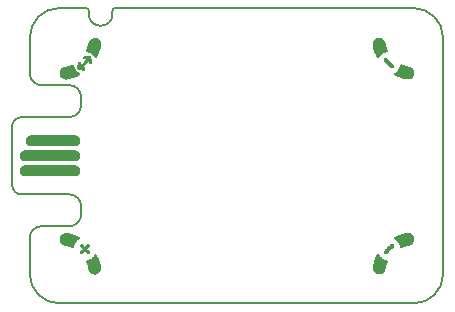
<source format=gto>
%TF.GenerationSoftware,KiCad,Pcbnew,8.0.8*%
%TF.CreationDate,2025-02-04T17:17:55+00:00*%
%TF.ProjectId,ec30_3x2_l_mh_0.1,65633330-5f33-4783-925f-6c5f6d685f30,v0.1*%
%TF.SameCoordinates,PX8d24d00PY36d6160*%
%TF.FileFunction,Legend,Top*%
%TF.FilePolarity,Positive*%
%FSLAX46Y46*%
G04 Gerber Fmt 4.6, Leading zero omitted, Abs format (unit mm)*
G04 Created by KiCad (PCBNEW 8.0.8) date 2025-02-04 17:17:55*
%MOMM*%
%LPD*%
G01*
G04 APERTURE LIST*
%ADD10C,0.200000*%
%ADD11C,0.010000*%
%ADD12C,0.000000*%
G04 APERTURE END LIST*
D10*
X-12500000Y12250000D02*
X-12500000Y12000000D01*
X-13150000Y4270000D02*
X-13150000Y4970000D01*
X-19000000Y2470001D02*
X-19000000Y-2470000D01*
X-15000000Y-12500000D02*
G75*
G02*
X-17500000Y-10000000I-800J2499200D01*
G01*
X-12750000Y12500000D02*
G75*
G02*
X-12500000Y12250000I800J-249200D01*
G01*
X17500000Y-10000000D02*
X17500000Y10000000D01*
X15000000Y12500000D02*
X-10250000Y12500000D01*
X-14148000Y-5969999D02*
X-16500000Y-5969999D01*
X-18200000Y-3269999D02*
G75*
G02*
X-18999999Y-2470000I-1100J798899D01*
G01*
X-17500000Y-6969999D02*
G75*
G02*
X-16500000Y-5970000I1000400J-401D01*
G01*
X-16500000Y5970000D02*
X-14148000Y5970000D01*
X-12750000Y12500000D02*
X-15000000Y12500000D01*
X-17500000Y10000000D02*
G75*
G02*
X-15000000Y12500000I2499200J800D01*
G01*
X-16500000Y5970000D02*
G75*
G02*
X-17500000Y6970000I400J1000400D01*
G01*
X-10500000Y12000000D02*
X-10500000Y12250000D01*
X-19000000Y2470001D02*
G75*
G02*
X-18200000Y3270000I798900J1099D01*
G01*
X-14148000Y5970000D02*
G75*
G02*
X-13150004Y4970000I1000J-997000D01*
G01*
X-13150000Y4270000D02*
G75*
G02*
X-14148000Y3270003I-1000400J400D01*
G01*
X-10500000Y12250000D02*
G75*
G02*
X-10250000Y12500000I249200J800D01*
G01*
X-17500000Y-6969999D02*
X-17500000Y-10000000D01*
X-18200000Y-3269999D02*
X-14150000Y-3269999D01*
X-10500000Y12000000D02*
G75*
G02*
X-12500000Y12000000I-1000000J0D01*
G01*
X15000000Y12500000D02*
G75*
G02*
X17500000Y10000000I800J-2499200D01*
G01*
X-13148000Y-4969999D02*
G75*
G02*
X-14148000Y-5970000I-1000400J399D01*
G01*
X-17500000Y10000000D02*
X-17500000Y6970000D01*
X-14150000Y-3269999D02*
G75*
G02*
X-13149999Y-4269999I-400J-1000401D01*
G01*
X-15000000Y-12500000D02*
X15000000Y-12500000D01*
X-14148000Y3270000D02*
X-18200000Y3270000D01*
X17500000Y-10000000D02*
G75*
G02*
X15000000Y-12500000I-2499200J-800D01*
G01*
X-13148000Y-4969999D02*
X-13150000Y-4269999D01*
D11*
%TO.C,MH3*%
X-11929306Y-8363938D02*
X-11912572Y-8370271D01*
X-11896947Y-8381708D01*
X-11881722Y-8398907D01*
X-11866187Y-8422529D01*
X-11849636Y-8453232D01*
X-11849479Y-8453543D01*
X-11792082Y-8575132D01*
X-11738655Y-8702780D01*
X-11689536Y-8835490D01*
X-11645062Y-8972266D01*
X-11605571Y-9112110D01*
X-11571399Y-9254024D01*
X-11558986Y-9312664D01*
X-11548179Y-9372141D01*
X-11541266Y-9425275D01*
X-11538209Y-9472617D01*
X-11538970Y-9514720D01*
X-11542840Y-9548307D01*
X-11557333Y-9611742D01*
X-11578709Y-9671524D01*
X-11606730Y-9727302D01*
X-11641155Y-9778728D01*
X-11681746Y-9825450D01*
X-11728263Y-9867118D01*
X-11780468Y-9903383D01*
X-11788778Y-9908337D01*
X-11841493Y-9934632D01*
X-11897725Y-9954342D01*
X-11956407Y-9967361D01*
X-12016470Y-9973582D01*
X-12076844Y-9972898D01*
X-12136462Y-9965203D01*
X-12194256Y-9950391D01*
X-12198073Y-9949129D01*
X-12254131Y-9926215D01*
X-12307081Y-9896415D01*
X-12356236Y-9860400D01*
X-12400910Y-9818837D01*
X-12440417Y-9772394D01*
X-12474070Y-9721741D01*
X-12501183Y-9667545D01*
X-12509857Y-9645536D01*
X-12514407Y-9631247D01*
X-12519938Y-9611025D01*
X-12525985Y-9586741D01*
X-12532082Y-9560265D01*
X-12537763Y-9533471D01*
X-12537851Y-9533032D01*
X-12559478Y-9433303D01*
X-12583069Y-9339535D01*
X-12609185Y-9249880D01*
X-12638386Y-9162485D01*
X-12671232Y-9075502D01*
X-12690784Y-9027805D01*
X-12704464Y-8993297D01*
X-12713840Y-8964465D01*
X-12718965Y-8940348D01*
X-12719893Y-8919990D01*
X-12716678Y-8902431D01*
X-12709373Y-8886711D01*
X-12699422Y-8873431D01*
X-12690472Y-8864166D01*
X-12680762Y-8856500D01*
X-12668906Y-8849764D01*
X-12653514Y-8843288D01*
X-12633201Y-8836401D01*
X-12606578Y-8828434D01*
X-12605692Y-8828178D01*
X-12548901Y-8810494D01*
X-12497170Y-8791449D01*
X-12447627Y-8769922D01*
X-12414566Y-8753728D01*
X-12339432Y-8710990D01*
X-12267854Y-8661466D01*
X-12200558Y-8605786D01*
X-12138273Y-8544582D01*
X-12081726Y-8478485D01*
X-12053964Y-8441164D01*
X-12032031Y-8412366D01*
X-12011697Y-8390615D01*
X-11992236Y-8375370D01*
X-11972919Y-8366090D01*
X-11953022Y-8362231D01*
X-11947857Y-8362050D01*
X-11929306Y-8363938D01*
G36*
X-11929306Y-8363938D02*
G01*
X-11912572Y-8370271D01*
X-11896947Y-8381708D01*
X-11881722Y-8398907D01*
X-11866187Y-8422529D01*
X-11849636Y-8453232D01*
X-11849479Y-8453543D01*
X-11792082Y-8575132D01*
X-11738655Y-8702780D01*
X-11689536Y-8835490D01*
X-11645062Y-8972266D01*
X-11605571Y-9112110D01*
X-11571399Y-9254024D01*
X-11558986Y-9312664D01*
X-11548179Y-9372141D01*
X-11541266Y-9425275D01*
X-11538209Y-9472617D01*
X-11538970Y-9514720D01*
X-11542840Y-9548307D01*
X-11557333Y-9611742D01*
X-11578709Y-9671524D01*
X-11606730Y-9727302D01*
X-11641155Y-9778728D01*
X-11681746Y-9825450D01*
X-11728263Y-9867118D01*
X-11780468Y-9903383D01*
X-11788778Y-9908337D01*
X-11841493Y-9934632D01*
X-11897725Y-9954342D01*
X-11956407Y-9967361D01*
X-12016470Y-9973582D01*
X-12076844Y-9972898D01*
X-12136462Y-9965203D01*
X-12194256Y-9950391D01*
X-12198073Y-9949129D01*
X-12254131Y-9926215D01*
X-12307081Y-9896415D01*
X-12356236Y-9860400D01*
X-12400910Y-9818837D01*
X-12440417Y-9772394D01*
X-12474070Y-9721741D01*
X-12501183Y-9667545D01*
X-12509857Y-9645536D01*
X-12514407Y-9631247D01*
X-12519938Y-9611025D01*
X-12525985Y-9586741D01*
X-12532082Y-9560265D01*
X-12537763Y-9533471D01*
X-12537851Y-9533032D01*
X-12559478Y-9433303D01*
X-12583069Y-9339535D01*
X-12609185Y-9249880D01*
X-12638386Y-9162485D01*
X-12671232Y-9075502D01*
X-12690784Y-9027805D01*
X-12704464Y-8993297D01*
X-12713840Y-8964465D01*
X-12718965Y-8940348D01*
X-12719893Y-8919990D01*
X-12716678Y-8902431D01*
X-12709373Y-8886711D01*
X-12699422Y-8873431D01*
X-12690472Y-8864166D01*
X-12680762Y-8856500D01*
X-12668906Y-8849764D01*
X-12653514Y-8843288D01*
X-12633201Y-8836401D01*
X-12606578Y-8828434D01*
X-12605692Y-8828178D01*
X-12548901Y-8810494D01*
X-12497170Y-8791449D01*
X-12447627Y-8769922D01*
X-12414566Y-8753728D01*
X-12339432Y-8710990D01*
X-12267854Y-8661466D01*
X-12200558Y-8605786D01*
X-12138273Y-8544582D01*
X-12081726Y-8478485D01*
X-12053964Y-8441164D01*
X-12032031Y-8412366D01*
X-12011697Y-8390615D01*
X-11992236Y-8375370D01*
X-11972919Y-8366090D01*
X-11953022Y-8362231D01*
X-11947857Y-8362050D01*
X-11929306Y-8363938D01*
G37*
X-14470182Y-6540337D02*
X-14448497Y-6540714D01*
X-14427534Y-6541718D01*
X-14406291Y-6543511D01*
X-14383763Y-6546254D01*
X-14358946Y-6550109D01*
X-14330836Y-6555238D01*
X-14298429Y-6561801D01*
X-14260722Y-6569961D01*
X-14216709Y-6579880D01*
X-14198323Y-6584098D01*
X-14084910Y-6612611D01*
X-13968731Y-6646406D01*
X-13851643Y-6684817D01*
X-13735502Y-6727177D01*
X-13622165Y-6772819D01*
X-13513489Y-6821078D01*
X-13442320Y-6855488D01*
X-13414793Y-6869973D01*
X-13393762Y-6882767D01*
X-13378190Y-6894681D01*
X-13367038Y-6906523D01*
X-13359269Y-6919103D01*
X-13358396Y-6920960D01*
X-13352421Y-6938994D01*
X-13352473Y-6955818D01*
X-13356428Y-6970059D01*
X-13367282Y-6989771D01*
X-13385603Y-7010018D01*
X-13410983Y-7030363D01*
X-13415769Y-7033664D01*
X-13489001Y-7087738D01*
X-13556469Y-7146942D01*
X-13617931Y-7210983D01*
X-13673147Y-7279569D01*
X-13721873Y-7352405D01*
X-13763868Y-7429201D01*
X-13789376Y-7485751D01*
X-13801721Y-7516942D01*
X-13812941Y-7548335D01*
X-13823691Y-7581956D01*
X-13834628Y-7619833D01*
X-13843484Y-7652771D01*
X-13848796Y-7671014D01*
X-13854211Y-7684062D01*
X-13861050Y-7694563D01*
X-13868503Y-7702984D01*
X-13884066Y-7716423D01*
X-13900453Y-7724502D01*
X-13918764Y-7727265D01*
X-13940096Y-7724757D01*
X-13965548Y-7717022D01*
X-13987979Y-7707827D01*
X-14108498Y-7658383D01*
X-14232787Y-7615101D01*
X-14361429Y-7577801D01*
X-14495006Y-7546301D01*
X-14525687Y-7540017D01*
X-14560370Y-7532916D01*
X-14588751Y-7526604D01*
X-14612370Y-7520632D01*
X-14632764Y-7514555D01*
X-14651473Y-7507926D01*
X-14670035Y-7500296D01*
X-14683873Y-7494072D01*
X-14736854Y-7465333D01*
X-14785921Y-7430188D01*
X-14830505Y-7389366D01*
X-14870033Y-7343595D01*
X-14903934Y-7293603D01*
X-14931637Y-7240119D01*
X-14952571Y-7183872D01*
X-14964218Y-7136552D01*
X-14972342Y-7073793D01*
X-14972879Y-7012164D01*
X-14966155Y-6952149D01*
X-14952496Y-6894233D01*
X-14932226Y-6838904D01*
X-14905671Y-6786645D01*
X-14873155Y-6737942D01*
X-14835005Y-6693281D01*
X-14791545Y-6653146D01*
X-14743100Y-6618025D01*
X-14689996Y-6588401D01*
X-14632558Y-6564760D01*
X-14571111Y-6547588D01*
X-14569401Y-6547219D01*
X-14551719Y-6544037D01*
X-14532477Y-6541913D01*
X-14509778Y-6540716D01*
X-14481730Y-6540314D01*
X-14470182Y-6540337D01*
G36*
X-14470182Y-6540337D02*
G01*
X-14448497Y-6540714D01*
X-14427534Y-6541718D01*
X-14406291Y-6543511D01*
X-14383763Y-6546254D01*
X-14358946Y-6550109D01*
X-14330836Y-6555238D01*
X-14298429Y-6561801D01*
X-14260722Y-6569961D01*
X-14216709Y-6579880D01*
X-14198323Y-6584098D01*
X-14084910Y-6612611D01*
X-13968731Y-6646406D01*
X-13851643Y-6684817D01*
X-13735502Y-6727177D01*
X-13622165Y-6772819D01*
X-13513489Y-6821078D01*
X-13442320Y-6855488D01*
X-13414793Y-6869973D01*
X-13393762Y-6882767D01*
X-13378190Y-6894681D01*
X-13367038Y-6906523D01*
X-13359269Y-6919103D01*
X-13358396Y-6920960D01*
X-13352421Y-6938994D01*
X-13352473Y-6955818D01*
X-13356428Y-6970059D01*
X-13367282Y-6989771D01*
X-13385603Y-7010018D01*
X-13410983Y-7030363D01*
X-13415769Y-7033664D01*
X-13489001Y-7087738D01*
X-13556469Y-7146942D01*
X-13617931Y-7210983D01*
X-13673147Y-7279569D01*
X-13721873Y-7352405D01*
X-13763868Y-7429201D01*
X-13789376Y-7485751D01*
X-13801721Y-7516942D01*
X-13812941Y-7548335D01*
X-13823691Y-7581956D01*
X-13834628Y-7619833D01*
X-13843484Y-7652771D01*
X-13848796Y-7671014D01*
X-13854211Y-7684062D01*
X-13861050Y-7694563D01*
X-13868503Y-7702984D01*
X-13884066Y-7716423D01*
X-13900453Y-7724502D01*
X-13918764Y-7727265D01*
X-13940096Y-7724757D01*
X-13965548Y-7717022D01*
X-13987979Y-7707827D01*
X-14108498Y-7658383D01*
X-14232787Y-7615101D01*
X-14361429Y-7577801D01*
X-14495006Y-7546301D01*
X-14525687Y-7540017D01*
X-14560370Y-7532916D01*
X-14588751Y-7526604D01*
X-14612370Y-7520632D01*
X-14632764Y-7514555D01*
X-14651473Y-7507926D01*
X-14670035Y-7500296D01*
X-14683873Y-7494072D01*
X-14736854Y-7465333D01*
X-14785921Y-7430188D01*
X-14830505Y-7389366D01*
X-14870033Y-7343595D01*
X-14903934Y-7293603D01*
X-14931637Y-7240119D01*
X-14952571Y-7183872D01*
X-14964218Y-7136552D01*
X-14972342Y-7073793D01*
X-14972879Y-7012164D01*
X-14966155Y-6952149D01*
X-14952496Y-6894233D01*
X-14932226Y-6838904D01*
X-14905671Y-6786645D01*
X-14873155Y-6737942D01*
X-14835005Y-6693281D01*
X-14791545Y-6653146D01*
X-14743100Y-6618025D01*
X-14689996Y-6588401D01*
X-14632558Y-6564760D01*
X-14571111Y-6547588D01*
X-14569401Y-6547219D01*
X-14551719Y-6544037D01*
X-14532477Y-6541913D01*
X-14509778Y-6540716D01*
X-14481730Y-6540314D01*
X-14470182Y-6540337D01*
G37*
X-13114506Y-7497744D02*
X-13104489Y-7500501D01*
X-13098602Y-7502693D01*
X-13092612Y-7505668D01*
X-13085887Y-7509983D01*
X-13077796Y-7516197D01*
X-13067706Y-7524868D01*
X-13054986Y-7536554D01*
X-13039003Y-7551814D01*
X-13019125Y-7571204D01*
X-12994721Y-7595283D01*
X-12974957Y-7614880D01*
X-12866811Y-7722233D01*
X-12760645Y-7617032D01*
X-12732077Y-7588945D01*
X-12706322Y-7564069D01*
X-12683875Y-7542858D01*
X-12665228Y-7525771D01*
X-12650876Y-7513264D01*
X-12641313Y-7505793D01*
X-12638604Y-7504147D01*
X-12620453Y-7498507D01*
X-12598447Y-7496247D01*
X-12575738Y-7497328D01*
X-12555479Y-7501711D01*
X-12546947Y-7505289D01*
X-12527717Y-7518943D01*
X-12510939Y-7537314D01*
X-12499689Y-7556627D01*
X-12495621Y-7572497D01*
X-12493995Y-7592489D01*
X-12494804Y-7613173D01*
X-12498038Y-7631121D01*
X-12499893Y-7636489D01*
X-12504805Y-7644005D01*
X-12515448Y-7656814D01*
X-12531730Y-7674815D01*
X-12553556Y-7697908D01*
X-12580835Y-7725992D01*
X-12613473Y-7758967D01*
X-12613864Y-7759359D01*
X-12721687Y-7867473D01*
X-12615858Y-7973774D01*
X-12584916Y-8005038D01*
X-12559409Y-8031231D01*
X-12538995Y-8052725D01*
X-12523333Y-8069893D01*
X-12512080Y-8083107D01*
X-12504896Y-8092739D01*
X-12501973Y-8097831D01*
X-12494904Y-8122144D01*
X-12493808Y-8148731D01*
X-12498620Y-8174713D01*
X-12504024Y-8188237D01*
X-12519679Y-8211452D01*
X-12540303Y-8228674D01*
X-12562926Y-8238733D01*
X-12580623Y-8243114D01*
X-12595638Y-8244148D01*
X-12611644Y-8241809D01*
X-12624985Y-8238271D01*
X-12630727Y-8236399D01*
X-12636361Y-8233923D01*
X-12642513Y-8230295D01*
X-12649807Y-8224964D01*
X-12658867Y-8217380D01*
X-12670317Y-8206995D01*
X-12684782Y-8193256D01*
X-12702886Y-8175616D01*
X-12725253Y-8153524D01*
X-12752507Y-8126430D01*
X-12756674Y-8122280D01*
X-12866807Y-8012589D01*
X-12976940Y-8122280D01*
X-13004916Y-8150105D01*
X-13027918Y-8172853D01*
X-13046571Y-8191073D01*
X-13061500Y-8205316D01*
X-13073328Y-8216130D01*
X-13082679Y-8224066D01*
X-13090179Y-8229675D01*
X-13096451Y-8233505D01*
X-13102120Y-8236106D01*
X-13107810Y-8238029D01*
X-13108629Y-8238271D01*
X-13127410Y-8242924D01*
X-13142701Y-8244183D01*
X-13158173Y-8242078D01*
X-13170688Y-8238733D01*
X-13195345Y-8227492D01*
X-13215225Y-8210402D01*
X-13229656Y-8188407D01*
X-13237966Y-8162452D01*
X-13239782Y-8141598D01*
X-13239548Y-8130444D01*
X-13238597Y-8120482D01*
X-13236433Y-8111030D01*
X-13232561Y-8101407D01*
X-13226487Y-8090932D01*
X-13217714Y-8078924D01*
X-13205748Y-8064703D01*
X-13190094Y-8047586D01*
X-13170256Y-8026895D01*
X-13145740Y-8001946D01*
X-13117756Y-7973774D01*
X-13011927Y-7867473D01*
X-13119589Y-7759359D01*
X-13151989Y-7726607D01*
X-13178747Y-7699078D01*
X-13200033Y-7676590D01*
X-13216016Y-7658958D01*
X-13226867Y-7646000D01*
X-13232753Y-7637530D01*
X-13233560Y-7635877D01*
X-13239427Y-7611956D01*
X-13239209Y-7585914D01*
X-13233352Y-7560140D01*
X-13222301Y-7537024D01*
X-13212846Y-7524873D01*
X-13192656Y-7509080D01*
X-13168362Y-7499030D01*
X-13141724Y-7495120D01*
X-13114506Y-7497744D01*
G36*
X-13114506Y-7497744D02*
G01*
X-13104489Y-7500501D01*
X-13098602Y-7502693D01*
X-13092612Y-7505668D01*
X-13085887Y-7509983D01*
X-13077796Y-7516197D01*
X-13067706Y-7524868D01*
X-13054986Y-7536554D01*
X-13039003Y-7551814D01*
X-13019125Y-7571204D01*
X-12994721Y-7595283D01*
X-12974957Y-7614880D01*
X-12866811Y-7722233D01*
X-12760645Y-7617032D01*
X-12732077Y-7588945D01*
X-12706322Y-7564069D01*
X-12683875Y-7542858D01*
X-12665228Y-7525771D01*
X-12650876Y-7513264D01*
X-12641313Y-7505793D01*
X-12638604Y-7504147D01*
X-12620453Y-7498507D01*
X-12598447Y-7496247D01*
X-12575738Y-7497328D01*
X-12555479Y-7501711D01*
X-12546947Y-7505289D01*
X-12527717Y-7518943D01*
X-12510939Y-7537314D01*
X-12499689Y-7556627D01*
X-12495621Y-7572497D01*
X-12493995Y-7592489D01*
X-12494804Y-7613173D01*
X-12498038Y-7631121D01*
X-12499893Y-7636489D01*
X-12504805Y-7644005D01*
X-12515448Y-7656814D01*
X-12531730Y-7674815D01*
X-12553556Y-7697908D01*
X-12580835Y-7725992D01*
X-12613473Y-7758967D01*
X-12613864Y-7759359D01*
X-12721687Y-7867473D01*
X-12615858Y-7973774D01*
X-12584916Y-8005038D01*
X-12559409Y-8031231D01*
X-12538995Y-8052725D01*
X-12523333Y-8069893D01*
X-12512080Y-8083107D01*
X-12504896Y-8092739D01*
X-12501973Y-8097831D01*
X-12494904Y-8122144D01*
X-12493808Y-8148731D01*
X-12498620Y-8174713D01*
X-12504024Y-8188237D01*
X-12519679Y-8211452D01*
X-12540303Y-8228674D01*
X-12562926Y-8238733D01*
X-12580623Y-8243114D01*
X-12595638Y-8244148D01*
X-12611644Y-8241809D01*
X-12624985Y-8238271D01*
X-12630727Y-8236399D01*
X-12636361Y-8233923D01*
X-12642513Y-8230295D01*
X-12649807Y-8224964D01*
X-12658867Y-8217380D01*
X-12670317Y-8206995D01*
X-12684782Y-8193256D01*
X-12702886Y-8175616D01*
X-12725253Y-8153524D01*
X-12752507Y-8126430D01*
X-12756674Y-8122280D01*
X-12866807Y-8012589D01*
X-12976940Y-8122280D01*
X-13004916Y-8150105D01*
X-13027918Y-8172853D01*
X-13046571Y-8191073D01*
X-13061500Y-8205316D01*
X-13073328Y-8216130D01*
X-13082679Y-8224066D01*
X-13090179Y-8229675D01*
X-13096451Y-8233505D01*
X-13102120Y-8236106D01*
X-13107810Y-8238029D01*
X-13108629Y-8238271D01*
X-13127410Y-8242924D01*
X-13142701Y-8244183D01*
X-13158173Y-8242078D01*
X-13170688Y-8238733D01*
X-13195345Y-8227492D01*
X-13215225Y-8210402D01*
X-13229656Y-8188407D01*
X-13237966Y-8162452D01*
X-13239782Y-8141598D01*
X-13239548Y-8130444D01*
X-13238597Y-8120482D01*
X-13236433Y-8111030D01*
X-13232561Y-8101407D01*
X-13226487Y-8090932D01*
X-13217714Y-8078924D01*
X-13205748Y-8064703D01*
X-13190094Y-8047586D01*
X-13170256Y-8026895D01*
X-13145740Y-8001946D01*
X-13117756Y-7973774D01*
X-13011927Y-7867473D01*
X-13119589Y-7759359D01*
X-13151989Y-7726607D01*
X-13178747Y-7699078D01*
X-13200033Y-7676590D01*
X-13216016Y-7658958D01*
X-13226867Y-7646000D01*
X-13232753Y-7637530D01*
X-13233560Y-7635877D01*
X-13239427Y-7611956D01*
X-13239209Y-7585914D01*
X-13233352Y-7560140D01*
X-13222301Y-7537024D01*
X-13212846Y-7524873D01*
X-13192656Y-7509080D01*
X-13168362Y-7499030D01*
X-13141724Y-7495120D01*
X-13114506Y-7497744D01*
G37*
%TO.C,MH4*%
X14511949Y-6535485D02*
X14545536Y-6539355D01*
X14608971Y-6553848D01*
X14668753Y-6575224D01*
X14724531Y-6603245D01*
X14775957Y-6637670D01*
X14822679Y-6678261D01*
X14864347Y-6724778D01*
X14900612Y-6776983D01*
X14905566Y-6785293D01*
X14931861Y-6838008D01*
X14951571Y-6894240D01*
X14964590Y-6952922D01*
X14970811Y-7012985D01*
X14970127Y-7073359D01*
X14962432Y-7132977D01*
X14947620Y-7190771D01*
X14946358Y-7194588D01*
X14923444Y-7250646D01*
X14893644Y-7303596D01*
X14857629Y-7352751D01*
X14816066Y-7397425D01*
X14769623Y-7436932D01*
X14718970Y-7470585D01*
X14664774Y-7497698D01*
X14642765Y-7506372D01*
X14628476Y-7510922D01*
X14608254Y-7516453D01*
X14583970Y-7522500D01*
X14557494Y-7528597D01*
X14530700Y-7534278D01*
X14530261Y-7534366D01*
X14430532Y-7555993D01*
X14336764Y-7579584D01*
X14247109Y-7605700D01*
X14159714Y-7634901D01*
X14072731Y-7667747D01*
X14025034Y-7687299D01*
X13990526Y-7700979D01*
X13961694Y-7710355D01*
X13937577Y-7715480D01*
X13917219Y-7716408D01*
X13899660Y-7713193D01*
X13883940Y-7705888D01*
X13870660Y-7695937D01*
X13861395Y-7686987D01*
X13853729Y-7677277D01*
X13846993Y-7665421D01*
X13840517Y-7650029D01*
X13833630Y-7629716D01*
X13825663Y-7603093D01*
X13825407Y-7602207D01*
X13807723Y-7545416D01*
X13788678Y-7493685D01*
X13767151Y-7444142D01*
X13750957Y-7411081D01*
X13708219Y-7335947D01*
X13658695Y-7264369D01*
X13603015Y-7197073D01*
X13541811Y-7134788D01*
X13475714Y-7078241D01*
X13438393Y-7050479D01*
X13409595Y-7028546D01*
X13387844Y-7008212D01*
X13372599Y-6988751D01*
X13363319Y-6969434D01*
X13359460Y-6949537D01*
X13359279Y-6944372D01*
X13361167Y-6925821D01*
X13367500Y-6909087D01*
X13378937Y-6893462D01*
X13396136Y-6878237D01*
X13419758Y-6862702D01*
X13450461Y-6846151D01*
X13450772Y-6845994D01*
X13572361Y-6788597D01*
X13700009Y-6735170D01*
X13832719Y-6686051D01*
X13969495Y-6641577D01*
X14109339Y-6602086D01*
X14251253Y-6567914D01*
X14309893Y-6555501D01*
X14369370Y-6544694D01*
X14422504Y-6537781D01*
X14469846Y-6534724D01*
X14511949Y-6535485D01*
G36*
X14511949Y-6535485D02*
G01*
X14545536Y-6539355D01*
X14608971Y-6553848D01*
X14668753Y-6575224D01*
X14724531Y-6603245D01*
X14775957Y-6637670D01*
X14822679Y-6678261D01*
X14864347Y-6724778D01*
X14900612Y-6776983D01*
X14905566Y-6785293D01*
X14931861Y-6838008D01*
X14951571Y-6894240D01*
X14964590Y-6952922D01*
X14970811Y-7012985D01*
X14970127Y-7073359D01*
X14962432Y-7132977D01*
X14947620Y-7190771D01*
X14946358Y-7194588D01*
X14923444Y-7250646D01*
X14893644Y-7303596D01*
X14857629Y-7352751D01*
X14816066Y-7397425D01*
X14769623Y-7436932D01*
X14718970Y-7470585D01*
X14664774Y-7497698D01*
X14642765Y-7506372D01*
X14628476Y-7510922D01*
X14608254Y-7516453D01*
X14583970Y-7522500D01*
X14557494Y-7528597D01*
X14530700Y-7534278D01*
X14530261Y-7534366D01*
X14430532Y-7555993D01*
X14336764Y-7579584D01*
X14247109Y-7605700D01*
X14159714Y-7634901D01*
X14072731Y-7667747D01*
X14025034Y-7687299D01*
X13990526Y-7700979D01*
X13961694Y-7710355D01*
X13937577Y-7715480D01*
X13917219Y-7716408D01*
X13899660Y-7713193D01*
X13883940Y-7705888D01*
X13870660Y-7695937D01*
X13861395Y-7686987D01*
X13853729Y-7677277D01*
X13846993Y-7665421D01*
X13840517Y-7650029D01*
X13833630Y-7629716D01*
X13825663Y-7603093D01*
X13825407Y-7602207D01*
X13807723Y-7545416D01*
X13788678Y-7493685D01*
X13767151Y-7444142D01*
X13750957Y-7411081D01*
X13708219Y-7335947D01*
X13658695Y-7264369D01*
X13603015Y-7197073D01*
X13541811Y-7134788D01*
X13475714Y-7078241D01*
X13438393Y-7050479D01*
X13409595Y-7028546D01*
X13387844Y-7008212D01*
X13372599Y-6988751D01*
X13363319Y-6969434D01*
X13359460Y-6949537D01*
X13359279Y-6944372D01*
X13361167Y-6925821D01*
X13367500Y-6909087D01*
X13378937Y-6893462D01*
X13396136Y-6878237D01*
X13419758Y-6862702D01*
X13450461Y-6846151D01*
X13450772Y-6845994D01*
X13572361Y-6788597D01*
X13700009Y-6735170D01*
X13832719Y-6686051D01*
X13969495Y-6641577D01*
X14109339Y-6602086D01*
X14251253Y-6567914D01*
X14309893Y-6555501D01*
X14369370Y-6544694D01*
X14422504Y-6537781D01*
X14469846Y-6534724D01*
X14511949Y-6535485D01*
G37*
X11953047Y-8348988D02*
X11967288Y-8352943D01*
X11987000Y-8363797D01*
X12007247Y-8382118D01*
X12027592Y-8407498D01*
X12030893Y-8412284D01*
X12084967Y-8485516D01*
X12144171Y-8552984D01*
X12208212Y-8614446D01*
X12276798Y-8669662D01*
X12349634Y-8718388D01*
X12426430Y-8760383D01*
X12482980Y-8785891D01*
X12514171Y-8798236D01*
X12545564Y-8809456D01*
X12579185Y-8820206D01*
X12617062Y-8831143D01*
X12650000Y-8839999D01*
X12668243Y-8845311D01*
X12681291Y-8850726D01*
X12691792Y-8857565D01*
X12700213Y-8865018D01*
X12713652Y-8880581D01*
X12721731Y-8896968D01*
X12724494Y-8915279D01*
X12721986Y-8936611D01*
X12714251Y-8962063D01*
X12705056Y-8984494D01*
X12655612Y-9105013D01*
X12612330Y-9229302D01*
X12575030Y-9357944D01*
X12543530Y-9491521D01*
X12537246Y-9522202D01*
X12530145Y-9556885D01*
X12523833Y-9585266D01*
X12517861Y-9608885D01*
X12511784Y-9629279D01*
X12505155Y-9647988D01*
X12497525Y-9666550D01*
X12491301Y-9680388D01*
X12462562Y-9733369D01*
X12427417Y-9782436D01*
X12386595Y-9827020D01*
X12340824Y-9866548D01*
X12290832Y-9900449D01*
X12237348Y-9928152D01*
X12181101Y-9949086D01*
X12133781Y-9960733D01*
X12071022Y-9968857D01*
X12009393Y-9969394D01*
X11949378Y-9962670D01*
X11891462Y-9949011D01*
X11836133Y-9928741D01*
X11783874Y-9902186D01*
X11735171Y-9869670D01*
X11690510Y-9831520D01*
X11650375Y-9788060D01*
X11615254Y-9739615D01*
X11585630Y-9686511D01*
X11561989Y-9629073D01*
X11544817Y-9567626D01*
X11544448Y-9565916D01*
X11541266Y-9548234D01*
X11539142Y-9528992D01*
X11537945Y-9506293D01*
X11537543Y-9478245D01*
X11537566Y-9466697D01*
X11537943Y-9445012D01*
X11538947Y-9424049D01*
X11540740Y-9402806D01*
X11543483Y-9380278D01*
X11547338Y-9355461D01*
X11552467Y-9327351D01*
X11559030Y-9294944D01*
X11567190Y-9257237D01*
X11577109Y-9213224D01*
X11581327Y-9194838D01*
X11609840Y-9081425D01*
X11643635Y-8965246D01*
X11682046Y-8848158D01*
X11724406Y-8732017D01*
X11770048Y-8618680D01*
X11818307Y-8510004D01*
X11852717Y-8438835D01*
X11867202Y-8411308D01*
X11879996Y-8390277D01*
X11891910Y-8374705D01*
X11903752Y-8363553D01*
X11916332Y-8355784D01*
X11918189Y-8354911D01*
X11936223Y-8348936D01*
X11953047Y-8348988D01*
G36*
X11953047Y-8348988D02*
G01*
X11967288Y-8352943D01*
X11987000Y-8363797D01*
X12007247Y-8382118D01*
X12027592Y-8407498D01*
X12030893Y-8412284D01*
X12084967Y-8485516D01*
X12144171Y-8552984D01*
X12208212Y-8614446D01*
X12276798Y-8669662D01*
X12349634Y-8718388D01*
X12426430Y-8760383D01*
X12482980Y-8785891D01*
X12514171Y-8798236D01*
X12545564Y-8809456D01*
X12579185Y-8820206D01*
X12617062Y-8831143D01*
X12650000Y-8839999D01*
X12668243Y-8845311D01*
X12681291Y-8850726D01*
X12691792Y-8857565D01*
X12700213Y-8865018D01*
X12713652Y-8880581D01*
X12721731Y-8896968D01*
X12724494Y-8915279D01*
X12721986Y-8936611D01*
X12714251Y-8962063D01*
X12705056Y-8984494D01*
X12655612Y-9105013D01*
X12612330Y-9229302D01*
X12575030Y-9357944D01*
X12543530Y-9491521D01*
X12537246Y-9522202D01*
X12530145Y-9556885D01*
X12523833Y-9585266D01*
X12517861Y-9608885D01*
X12511784Y-9629279D01*
X12505155Y-9647988D01*
X12497525Y-9666550D01*
X12491301Y-9680388D01*
X12462562Y-9733369D01*
X12427417Y-9782436D01*
X12386595Y-9827020D01*
X12340824Y-9866548D01*
X12290832Y-9900449D01*
X12237348Y-9928152D01*
X12181101Y-9949086D01*
X12133781Y-9960733D01*
X12071022Y-9968857D01*
X12009393Y-9969394D01*
X11949378Y-9962670D01*
X11891462Y-9949011D01*
X11836133Y-9928741D01*
X11783874Y-9902186D01*
X11735171Y-9869670D01*
X11690510Y-9831520D01*
X11650375Y-9788060D01*
X11615254Y-9739615D01*
X11585630Y-9686511D01*
X11561989Y-9629073D01*
X11544817Y-9567626D01*
X11544448Y-9565916D01*
X11541266Y-9548234D01*
X11539142Y-9528992D01*
X11537945Y-9506293D01*
X11537543Y-9478245D01*
X11537566Y-9466697D01*
X11537943Y-9445012D01*
X11538947Y-9424049D01*
X11540740Y-9402806D01*
X11543483Y-9380278D01*
X11547338Y-9355461D01*
X11552467Y-9327351D01*
X11559030Y-9294944D01*
X11567190Y-9257237D01*
X11577109Y-9213224D01*
X11581327Y-9194838D01*
X11609840Y-9081425D01*
X11643635Y-8965246D01*
X11682046Y-8848158D01*
X11724406Y-8732017D01*
X11770048Y-8618680D01*
X11818307Y-8510004D01*
X11852717Y-8438835D01*
X11867202Y-8411308D01*
X11879996Y-8390277D01*
X11891910Y-8374705D01*
X11903752Y-8363553D01*
X11916332Y-8355784D01*
X11918189Y-8354911D01*
X11936223Y-8348936D01*
X11953047Y-8348988D01*
G37*
X13161664Y-7465669D02*
X13170644Y-7467670D01*
X13200672Y-7479910D01*
X13225650Y-7497812D01*
X13245015Y-7520589D01*
X13258200Y-7547453D01*
X13264642Y-7577616D01*
X13264914Y-7599115D01*
X13264446Y-7606630D01*
X13263847Y-7613497D01*
X13262805Y-7620076D01*
X13261008Y-7626722D01*
X13258142Y-7633793D01*
X13253895Y-7641646D01*
X13247956Y-7650638D01*
X13240011Y-7661127D01*
X13229747Y-7673470D01*
X13216854Y-7688023D01*
X13201017Y-7705144D01*
X13181925Y-7725191D01*
X13159265Y-7748520D01*
X13132725Y-7775488D01*
X13101992Y-7806453D01*
X13066753Y-7841772D01*
X13026697Y-7881803D01*
X12981511Y-7926901D01*
X12955203Y-7953152D01*
X12908642Y-7999605D01*
X12867346Y-8040772D01*
X12830970Y-8076980D01*
X12799168Y-8108560D01*
X12771596Y-8135838D01*
X12747908Y-8159144D01*
X12727758Y-8178805D01*
X12710802Y-8195151D01*
X12696694Y-8208509D01*
X12685088Y-8219208D01*
X12675639Y-8227577D01*
X12668002Y-8233943D01*
X12661832Y-8238636D01*
X12656783Y-8241983D01*
X12652509Y-8244314D01*
X12648667Y-8245955D01*
X12646489Y-8246725D01*
X12614957Y-8253445D01*
X12584047Y-8252840D01*
X12554826Y-8245307D01*
X12528358Y-8231246D01*
X12505710Y-8211055D01*
X12489510Y-8188041D01*
X12483925Y-8177227D01*
X12480461Y-8167715D01*
X12478623Y-8156999D01*
X12477911Y-8142576D01*
X12477817Y-8129228D01*
X12478161Y-8109688D01*
X12479474Y-8095506D01*
X12482180Y-8084124D01*
X12486700Y-8072980D01*
X12487316Y-8071681D01*
X12489981Y-8067251D01*
X12494743Y-8060920D01*
X12501894Y-8052385D01*
X12511722Y-8041347D01*
X12524520Y-8027504D01*
X12540578Y-8010553D01*
X12560186Y-7990195D01*
X12583636Y-7966126D01*
X12611217Y-7938047D01*
X12643222Y-7905655D01*
X12679939Y-7868650D01*
X12721661Y-7826729D01*
X12768677Y-7779591D01*
X12779019Y-7769234D01*
X12825793Y-7722417D01*
X12867318Y-7680912D01*
X12903933Y-7644392D01*
X12935979Y-7612532D01*
X12963792Y-7585006D01*
X12987713Y-7561487D01*
X13008081Y-7541650D01*
X13025234Y-7525169D01*
X13039512Y-7511717D01*
X13051254Y-7500969D01*
X13060798Y-7492598D01*
X13068484Y-7486279D01*
X13074650Y-7481686D01*
X13079636Y-7478492D01*
X13083392Y-7476545D01*
X13108956Y-7468020D01*
X13136053Y-7464292D01*
X13161664Y-7465669D01*
G36*
X13161664Y-7465669D02*
G01*
X13170644Y-7467670D01*
X13200672Y-7479910D01*
X13225650Y-7497812D01*
X13245015Y-7520589D01*
X13258200Y-7547453D01*
X13264642Y-7577616D01*
X13264914Y-7599115D01*
X13264446Y-7606630D01*
X13263847Y-7613497D01*
X13262805Y-7620076D01*
X13261008Y-7626722D01*
X13258142Y-7633793D01*
X13253895Y-7641646D01*
X13247956Y-7650638D01*
X13240011Y-7661127D01*
X13229747Y-7673470D01*
X13216854Y-7688023D01*
X13201017Y-7705144D01*
X13181925Y-7725191D01*
X13159265Y-7748520D01*
X13132725Y-7775488D01*
X13101992Y-7806453D01*
X13066753Y-7841772D01*
X13026697Y-7881803D01*
X12981511Y-7926901D01*
X12955203Y-7953152D01*
X12908642Y-7999605D01*
X12867346Y-8040772D01*
X12830970Y-8076980D01*
X12799168Y-8108560D01*
X12771596Y-8135838D01*
X12747908Y-8159144D01*
X12727758Y-8178805D01*
X12710802Y-8195151D01*
X12696694Y-8208509D01*
X12685088Y-8219208D01*
X12675639Y-8227577D01*
X12668002Y-8233943D01*
X12661832Y-8238636D01*
X12656783Y-8241983D01*
X12652509Y-8244314D01*
X12648667Y-8245955D01*
X12646489Y-8246725D01*
X12614957Y-8253445D01*
X12584047Y-8252840D01*
X12554826Y-8245307D01*
X12528358Y-8231246D01*
X12505710Y-8211055D01*
X12489510Y-8188041D01*
X12483925Y-8177227D01*
X12480461Y-8167715D01*
X12478623Y-8156999D01*
X12477911Y-8142576D01*
X12477817Y-8129228D01*
X12478161Y-8109688D01*
X12479474Y-8095506D01*
X12482180Y-8084124D01*
X12486700Y-8072980D01*
X12487316Y-8071681D01*
X12489981Y-8067251D01*
X12494743Y-8060920D01*
X12501894Y-8052385D01*
X12511722Y-8041347D01*
X12524520Y-8027504D01*
X12540578Y-8010553D01*
X12560186Y-7990195D01*
X12583636Y-7966126D01*
X12611217Y-7938047D01*
X12643222Y-7905655D01*
X12679939Y-7868650D01*
X12721661Y-7826729D01*
X12768677Y-7779591D01*
X12779019Y-7769234D01*
X12825793Y-7722417D01*
X12867318Y-7680912D01*
X12903933Y-7644392D01*
X12935979Y-7612532D01*
X12963792Y-7585006D01*
X12987713Y-7561487D01*
X13008081Y-7541650D01*
X13025234Y-7525169D01*
X13039512Y-7511717D01*
X13051254Y-7500969D01*
X13060798Y-7492598D01*
X13068484Y-7486279D01*
X13074650Y-7481686D01*
X13079636Y-7478492D01*
X13083392Y-7476545D01*
X13108956Y-7468020D01*
X13136053Y-7464292D01*
X13161664Y-7465669D01*
G37*
D12*
%TO.C,*%
G36*
X-13505004Y435446D02*
G01*
X-13401465Y384829D01*
X-13319972Y303336D01*
X-13269355Y199797D01*
X-13254800Y99901D01*
X-13254800Y-99899D01*
X-13269355Y-199795D01*
X-13319972Y-303334D01*
X-13401465Y-384827D01*
X-13505004Y-435444D01*
X-13604900Y-449999D01*
X-17954700Y-449999D01*
X-18054596Y-435444D01*
X-18158135Y-384827D01*
X-18239628Y-303334D01*
X-18290245Y-199795D01*
X-18304800Y-99899D01*
X-18304800Y99901D01*
X-18290245Y199797D01*
X-18239628Y303336D01*
X-18158135Y384829D01*
X-18054596Y435446D01*
X-17954700Y450001D01*
X-13604900Y450001D01*
X-13505004Y435446D01*
G37*
G36*
X-13505004Y-834554D02*
G01*
X-13401465Y-885171D01*
X-13319972Y-966664D01*
X-13269355Y-1070203D01*
X-13254800Y-1170099D01*
X-13254800Y-1369899D01*
X-13269355Y-1469795D01*
X-13319972Y-1573334D01*
X-13401465Y-1654827D01*
X-13505004Y-1705444D01*
X-13604900Y-1719999D01*
X-17954700Y-1719999D01*
X-18054596Y-1705444D01*
X-18158135Y-1654827D01*
X-18239628Y-1573334D01*
X-18290245Y-1469795D01*
X-18304800Y-1369899D01*
X-18304800Y-1170099D01*
X-18290245Y-1070203D01*
X-18239628Y-966664D01*
X-18158135Y-885171D01*
X-18054596Y-834554D01*
X-17954700Y-819999D01*
X-13604900Y-819999D01*
X-13505004Y-834554D01*
G37*
G36*
X-13505004Y1705446D02*
G01*
X-13401465Y1654829D01*
X-13319972Y1573336D01*
X-13269355Y1469797D01*
X-13254800Y1369901D01*
X-13254800Y1170101D01*
X-13269355Y1070205D01*
X-13319972Y966666D01*
X-13401465Y885173D01*
X-13505004Y834556D01*
X-13604900Y820001D01*
X-17454700Y820001D01*
X-17554596Y834556D01*
X-17658135Y885173D01*
X-17739628Y966666D01*
X-17790245Y1070205D01*
X-17804800Y1170101D01*
X-17804800Y1369901D01*
X-17790245Y1469797D01*
X-17739628Y1573336D01*
X-17658135Y1654829D01*
X-17554596Y1705446D01*
X-17454700Y1720001D01*
X-13604900Y1720001D01*
X-13505004Y1705446D01*
G37*
D11*
%TO.C,MH2*%
X12075855Y9975607D02*
X12135473Y9967912D01*
X12193267Y9953100D01*
X12197084Y9951838D01*
X12253142Y9928924D01*
X12306092Y9899124D01*
X12355247Y9863109D01*
X12399921Y9821546D01*
X12439428Y9775103D01*
X12473081Y9724450D01*
X12500194Y9670254D01*
X12508868Y9648245D01*
X12513418Y9633956D01*
X12518949Y9613734D01*
X12524996Y9589450D01*
X12531093Y9562974D01*
X12536774Y9536180D01*
X12536862Y9535741D01*
X12558489Y9436012D01*
X12582080Y9342244D01*
X12608196Y9252589D01*
X12637397Y9165194D01*
X12670243Y9078211D01*
X12689795Y9030514D01*
X12703475Y8996006D01*
X12712851Y8967174D01*
X12717976Y8943057D01*
X12718904Y8922699D01*
X12715689Y8905140D01*
X12708384Y8889420D01*
X12698433Y8876140D01*
X12689483Y8866875D01*
X12679773Y8859209D01*
X12667917Y8852473D01*
X12652525Y8845997D01*
X12632212Y8839110D01*
X12605589Y8831143D01*
X12604703Y8830887D01*
X12547912Y8813203D01*
X12496181Y8794158D01*
X12446638Y8772631D01*
X12413577Y8756437D01*
X12338443Y8713699D01*
X12266865Y8664175D01*
X12199569Y8608495D01*
X12137284Y8547291D01*
X12080737Y8481194D01*
X12052975Y8443873D01*
X12031042Y8415075D01*
X12010708Y8393324D01*
X11991247Y8378079D01*
X11971930Y8368799D01*
X11952033Y8364940D01*
X11946868Y8364759D01*
X11928317Y8366647D01*
X11911583Y8372980D01*
X11895958Y8384417D01*
X11880733Y8401616D01*
X11865198Y8425238D01*
X11848647Y8455941D01*
X11848490Y8456252D01*
X11791093Y8577841D01*
X11737666Y8705489D01*
X11688547Y8838199D01*
X11644073Y8974975D01*
X11604582Y9114819D01*
X11570410Y9256733D01*
X11557997Y9315373D01*
X11547190Y9374850D01*
X11540277Y9427984D01*
X11537220Y9475326D01*
X11537981Y9517429D01*
X11541851Y9551016D01*
X11556344Y9614451D01*
X11577720Y9674233D01*
X11605741Y9730011D01*
X11640166Y9781437D01*
X11680757Y9828159D01*
X11727274Y9869827D01*
X11779479Y9906092D01*
X11787789Y9911046D01*
X11840504Y9937341D01*
X11896736Y9957051D01*
X11955418Y9970070D01*
X12015481Y9976291D01*
X12075855Y9975607D01*
G36*
X12075855Y9975607D02*
G01*
X12135473Y9967912D01*
X12193267Y9953100D01*
X12197084Y9951838D01*
X12253142Y9928924D01*
X12306092Y9899124D01*
X12355247Y9863109D01*
X12399921Y9821546D01*
X12439428Y9775103D01*
X12473081Y9724450D01*
X12500194Y9670254D01*
X12508868Y9648245D01*
X12513418Y9633956D01*
X12518949Y9613734D01*
X12524996Y9589450D01*
X12531093Y9562974D01*
X12536774Y9536180D01*
X12536862Y9535741D01*
X12558489Y9436012D01*
X12582080Y9342244D01*
X12608196Y9252589D01*
X12637397Y9165194D01*
X12670243Y9078211D01*
X12689795Y9030514D01*
X12703475Y8996006D01*
X12712851Y8967174D01*
X12717976Y8943057D01*
X12718904Y8922699D01*
X12715689Y8905140D01*
X12708384Y8889420D01*
X12698433Y8876140D01*
X12689483Y8866875D01*
X12679773Y8859209D01*
X12667917Y8852473D01*
X12652525Y8845997D01*
X12632212Y8839110D01*
X12605589Y8831143D01*
X12604703Y8830887D01*
X12547912Y8813203D01*
X12496181Y8794158D01*
X12446638Y8772631D01*
X12413577Y8756437D01*
X12338443Y8713699D01*
X12266865Y8664175D01*
X12199569Y8608495D01*
X12137284Y8547291D01*
X12080737Y8481194D01*
X12052975Y8443873D01*
X12031042Y8415075D01*
X12010708Y8393324D01*
X11991247Y8378079D01*
X11971930Y8368799D01*
X11952033Y8364940D01*
X11946868Y8364759D01*
X11928317Y8366647D01*
X11911583Y8372980D01*
X11895958Y8384417D01*
X11880733Y8401616D01*
X11865198Y8425238D01*
X11848647Y8455941D01*
X11848490Y8456252D01*
X11791093Y8577841D01*
X11737666Y8705489D01*
X11688547Y8838199D01*
X11644073Y8974975D01*
X11604582Y9114819D01*
X11570410Y9256733D01*
X11557997Y9315373D01*
X11547190Y9374850D01*
X11540277Y9427984D01*
X11537220Y9475326D01*
X11537981Y9517429D01*
X11541851Y9551016D01*
X11556344Y9614451D01*
X11577720Y9674233D01*
X11605741Y9730011D01*
X11640166Y9781437D01*
X11680757Y9828159D01*
X11727274Y9869827D01*
X11779479Y9906092D01*
X11787789Y9911046D01*
X11840504Y9937341D01*
X11896736Y9957051D01*
X11955418Y9970070D01*
X12015481Y9976291D01*
X12075855Y9975607D01*
G37*
X12609126Y8269926D02*
X12615993Y8269327D01*
X12622572Y8268285D01*
X12629218Y8266488D01*
X12636289Y8263622D01*
X12644142Y8259375D01*
X12653134Y8253436D01*
X12663623Y8245491D01*
X12675966Y8235227D01*
X12690519Y8222334D01*
X12707640Y8206497D01*
X12727687Y8187405D01*
X12751016Y8164745D01*
X12777984Y8138205D01*
X12808949Y8107472D01*
X12844268Y8072233D01*
X12884299Y8032177D01*
X12929397Y7986991D01*
X12955648Y7960683D01*
X13002101Y7914122D01*
X13043268Y7872826D01*
X13079476Y7836450D01*
X13111056Y7804648D01*
X13138334Y7777076D01*
X13161640Y7753388D01*
X13181301Y7733238D01*
X13197647Y7716282D01*
X13211005Y7702174D01*
X13221704Y7690568D01*
X13230073Y7681119D01*
X13236439Y7673482D01*
X13241132Y7667312D01*
X13244479Y7662263D01*
X13246810Y7657989D01*
X13248451Y7654147D01*
X13249221Y7651969D01*
X13255941Y7620437D01*
X13255336Y7589527D01*
X13247803Y7560306D01*
X13233742Y7533838D01*
X13213551Y7511190D01*
X13190537Y7494990D01*
X13179723Y7489405D01*
X13170211Y7485941D01*
X13159495Y7484103D01*
X13145072Y7483391D01*
X13131724Y7483297D01*
X13112184Y7483641D01*
X13098002Y7484954D01*
X13086620Y7487660D01*
X13075476Y7492180D01*
X13074177Y7492796D01*
X13069747Y7495461D01*
X13063416Y7500223D01*
X13054881Y7507374D01*
X13043843Y7517202D01*
X13030000Y7530000D01*
X13013049Y7546058D01*
X12992691Y7565666D01*
X12968622Y7589116D01*
X12940543Y7616697D01*
X12908151Y7648702D01*
X12871146Y7685419D01*
X12829225Y7727141D01*
X12782087Y7774157D01*
X12771730Y7784499D01*
X12724913Y7831273D01*
X12683408Y7872798D01*
X12646888Y7909413D01*
X12615028Y7941459D01*
X12587502Y7969272D01*
X12563983Y7993193D01*
X12544146Y8013561D01*
X12527665Y8030714D01*
X12514213Y8044992D01*
X12503465Y8056734D01*
X12495094Y8066278D01*
X12488775Y8073964D01*
X12484182Y8080130D01*
X12480988Y8085116D01*
X12479041Y8088872D01*
X12470516Y8114436D01*
X12466788Y8141533D01*
X12468165Y8167144D01*
X12470166Y8176124D01*
X12482406Y8206152D01*
X12500308Y8231130D01*
X12523085Y8250495D01*
X12549949Y8263680D01*
X12580112Y8270122D01*
X12601611Y8270394D01*
X12609126Y8269926D01*
G36*
X12609126Y8269926D02*
G01*
X12615993Y8269327D01*
X12622572Y8268285D01*
X12629218Y8266488D01*
X12636289Y8263622D01*
X12644142Y8259375D01*
X12653134Y8253436D01*
X12663623Y8245491D01*
X12675966Y8235227D01*
X12690519Y8222334D01*
X12707640Y8206497D01*
X12727687Y8187405D01*
X12751016Y8164745D01*
X12777984Y8138205D01*
X12808949Y8107472D01*
X12844268Y8072233D01*
X12884299Y8032177D01*
X12929397Y7986991D01*
X12955648Y7960683D01*
X13002101Y7914122D01*
X13043268Y7872826D01*
X13079476Y7836450D01*
X13111056Y7804648D01*
X13138334Y7777076D01*
X13161640Y7753388D01*
X13181301Y7733238D01*
X13197647Y7716282D01*
X13211005Y7702174D01*
X13221704Y7690568D01*
X13230073Y7681119D01*
X13236439Y7673482D01*
X13241132Y7667312D01*
X13244479Y7662263D01*
X13246810Y7657989D01*
X13248451Y7654147D01*
X13249221Y7651969D01*
X13255941Y7620437D01*
X13255336Y7589527D01*
X13247803Y7560306D01*
X13233742Y7533838D01*
X13213551Y7511190D01*
X13190537Y7494990D01*
X13179723Y7489405D01*
X13170211Y7485941D01*
X13159495Y7484103D01*
X13145072Y7483391D01*
X13131724Y7483297D01*
X13112184Y7483641D01*
X13098002Y7484954D01*
X13086620Y7487660D01*
X13075476Y7492180D01*
X13074177Y7492796D01*
X13069747Y7495461D01*
X13063416Y7500223D01*
X13054881Y7507374D01*
X13043843Y7517202D01*
X13030000Y7530000D01*
X13013049Y7546058D01*
X12992691Y7565666D01*
X12968622Y7589116D01*
X12940543Y7616697D01*
X12908151Y7648702D01*
X12871146Y7685419D01*
X12829225Y7727141D01*
X12782087Y7774157D01*
X12771730Y7784499D01*
X12724913Y7831273D01*
X12683408Y7872798D01*
X12646888Y7909413D01*
X12615028Y7941459D01*
X12587502Y7969272D01*
X12563983Y7993193D01*
X12544146Y8013561D01*
X12527665Y8030714D01*
X12514213Y8044992D01*
X12503465Y8056734D01*
X12495094Y8066278D01*
X12488775Y8073964D01*
X12484182Y8080130D01*
X12480988Y8085116D01*
X12479041Y8088872D01*
X12470516Y8114436D01*
X12466788Y8141533D01*
X12468165Y8167144D01*
X12470166Y8176124D01*
X12482406Y8206152D01*
X12500308Y8231130D01*
X12523085Y8250495D01*
X12549949Y8263680D01*
X12580112Y8270122D01*
X12601611Y8270394D01*
X12609126Y8269926D01*
G37*
X13939107Y7727466D02*
X13964559Y7719731D01*
X13986990Y7710536D01*
X14107509Y7661092D01*
X14231798Y7617810D01*
X14360440Y7580510D01*
X14494017Y7549010D01*
X14524698Y7542726D01*
X14559381Y7535625D01*
X14587762Y7529313D01*
X14611381Y7523341D01*
X14631775Y7517264D01*
X14650484Y7510635D01*
X14669046Y7503005D01*
X14682884Y7496781D01*
X14735865Y7468042D01*
X14784932Y7432897D01*
X14829516Y7392075D01*
X14869044Y7346304D01*
X14902945Y7296312D01*
X14930648Y7242828D01*
X14951582Y7186581D01*
X14963229Y7139261D01*
X14971353Y7076502D01*
X14971890Y7014873D01*
X14965166Y6954858D01*
X14951507Y6896942D01*
X14931237Y6841613D01*
X14904682Y6789354D01*
X14872166Y6740651D01*
X14834016Y6695990D01*
X14790556Y6655855D01*
X14742111Y6620734D01*
X14689007Y6591110D01*
X14631569Y6567469D01*
X14570122Y6550297D01*
X14568412Y6549928D01*
X14550730Y6546746D01*
X14531488Y6544622D01*
X14508789Y6543425D01*
X14480741Y6543023D01*
X14469193Y6543046D01*
X14447508Y6543423D01*
X14426545Y6544427D01*
X14405302Y6546220D01*
X14382774Y6548963D01*
X14357957Y6552818D01*
X14329847Y6557947D01*
X14297440Y6564510D01*
X14259733Y6572670D01*
X14215720Y6582589D01*
X14197334Y6586807D01*
X14083921Y6615320D01*
X13967742Y6649115D01*
X13850654Y6687526D01*
X13734513Y6729886D01*
X13621176Y6775528D01*
X13512500Y6823787D01*
X13441331Y6858197D01*
X13413804Y6872682D01*
X13392773Y6885476D01*
X13377201Y6897390D01*
X13366049Y6909232D01*
X13358280Y6921812D01*
X13357407Y6923669D01*
X13351432Y6941703D01*
X13351484Y6958527D01*
X13355439Y6972768D01*
X13366293Y6992480D01*
X13384614Y7012727D01*
X13409994Y7033072D01*
X13414780Y7036373D01*
X13488012Y7090447D01*
X13555480Y7149651D01*
X13616942Y7213692D01*
X13672158Y7282278D01*
X13720884Y7355114D01*
X13762879Y7431910D01*
X13788387Y7488460D01*
X13800732Y7519651D01*
X13811952Y7551044D01*
X13822702Y7584665D01*
X13833639Y7622542D01*
X13842495Y7655480D01*
X13847807Y7673723D01*
X13853222Y7686771D01*
X13860061Y7697272D01*
X13867514Y7705693D01*
X13883077Y7719132D01*
X13899464Y7727211D01*
X13917775Y7729974D01*
X13939107Y7727466D01*
G36*
X13939107Y7727466D02*
G01*
X13964559Y7719731D01*
X13986990Y7710536D01*
X14107509Y7661092D01*
X14231798Y7617810D01*
X14360440Y7580510D01*
X14494017Y7549010D01*
X14524698Y7542726D01*
X14559381Y7535625D01*
X14587762Y7529313D01*
X14611381Y7523341D01*
X14631775Y7517264D01*
X14650484Y7510635D01*
X14669046Y7503005D01*
X14682884Y7496781D01*
X14735865Y7468042D01*
X14784932Y7432897D01*
X14829516Y7392075D01*
X14869044Y7346304D01*
X14902945Y7296312D01*
X14930648Y7242828D01*
X14951582Y7186581D01*
X14963229Y7139261D01*
X14971353Y7076502D01*
X14971890Y7014873D01*
X14965166Y6954858D01*
X14951507Y6896942D01*
X14931237Y6841613D01*
X14904682Y6789354D01*
X14872166Y6740651D01*
X14834016Y6695990D01*
X14790556Y6655855D01*
X14742111Y6620734D01*
X14689007Y6591110D01*
X14631569Y6567469D01*
X14570122Y6550297D01*
X14568412Y6549928D01*
X14550730Y6546746D01*
X14531488Y6544622D01*
X14508789Y6543425D01*
X14480741Y6543023D01*
X14469193Y6543046D01*
X14447508Y6543423D01*
X14426545Y6544427D01*
X14405302Y6546220D01*
X14382774Y6548963D01*
X14357957Y6552818D01*
X14329847Y6557947D01*
X14297440Y6564510D01*
X14259733Y6572670D01*
X14215720Y6582589D01*
X14197334Y6586807D01*
X14083921Y6615320D01*
X13967742Y6649115D01*
X13850654Y6687526D01*
X13734513Y6729886D01*
X13621176Y6775528D01*
X13512500Y6823787D01*
X13441331Y6858197D01*
X13413804Y6872682D01*
X13392773Y6885476D01*
X13377201Y6897390D01*
X13366049Y6909232D01*
X13358280Y6921812D01*
X13357407Y6923669D01*
X13351432Y6941703D01*
X13351484Y6958527D01*
X13355439Y6972768D01*
X13366293Y6992480D01*
X13384614Y7012727D01*
X13409994Y7033072D01*
X13414780Y7036373D01*
X13488012Y7090447D01*
X13555480Y7149651D01*
X13616942Y7213692D01*
X13672158Y7282278D01*
X13720884Y7355114D01*
X13762879Y7431910D01*
X13788387Y7488460D01*
X13800732Y7519651D01*
X13811952Y7551044D01*
X13822702Y7584665D01*
X13833639Y7622542D01*
X13842495Y7655480D01*
X13847807Y7673723D01*
X13853222Y7686771D01*
X13860061Y7697272D01*
X13867514Y7705693D01*
X13883077Y7719132D01*
X13899464Y7727211D01*
X13917775Y7729974D01*
X13939107Y7727466D01*
G37*
%TO.C,MH1*%
X-13899840Y7710688D02*
X-13884120Y7703383D01*
X-13870840Y7693432D01*
X-13861575Y7684482D01*
X-13853909Y7674772D01*
X-13847173Y7662916D01*
X-13840697Y7647524D01*
X-13833810Y7627211D01*
X-13825843Y7600588D01*
X-13825587Y7599702D01*
X-13807903Y7542911D01*
X-13788858Y7491180D01*
X-13767331Y7441637D01*
X-13751137Y7408576D01*
X-13708399Y7333442D01*
X-13658875Y7261864D01*
X-13603195Y7194568D01*
X-13541991Y7132283D01*
X-13475894Y7075736D01*
X-13438573Y7047974D01*
X-13409775Y7026041D01*
X-13388024Y7005707D01*
X-13372779Y6986246D01*
X-13363499Y6966929D01*
X-13359640Y6947032D01*
X-13359459Y6941867D01*
X-13361347Y6923316D01*
X-13367680Y6906582D01*
X-13379117Y6890957D01*
X-13396316Y6875732D01*
X-13419938Y6860197D01*
X-13450641Y6843646D01*
X-13450952Y6843489D01*
X-13572541Y6786092D01*
X-13700189Y6732665D01*
X-13832899Y6683546D01*
X-13969675Y6639072D01*
X-14109519Y6599581D01*
X-14251433Y6565409D01*
X-14310073Y6552996D01*
X-14369550Y6542189D01*
X-14422684Y6535276D01*
X-14470026Y6532219D01*
X-14512129Y6532980D01*
X-14545716Y6536850D01*
X-14609151Y6551343D01*
X-14668933Y6572719D01*
X-14724711Y6600740D01*
X-14776137Y6635165D01*
X-14822859Y6675756D01*
X-14864527Y6722273D01*
X-14900792Y6774478D01*
X-14905746Y6782788D01*
X-14932041Y6835503D01*
X-14951751Y6891735D01*
X-14964770Y6950417D01*
X-14970991Y7010480D01*
X-14970307Y7070854D01*
X-14962612Y7130472D01*
X-14947800Y7188266D01*
X-14946538Y7192083D01*
X-14923624Y7248141D01*
X-14893824Y7301091D01*
X-14857809Y7350246D01*
X-14816246Y7394920D01*
X-14769803Y7434427D01*
X-14719150Y7468080D01*
X-14664954Y7495193D01*
X-14642945Y7503867D01*
X-14628656Y7508417D01*
X-14608434Y7513948D01*
X-14584150Y7519995D01*
X-14557674Y7526092D01*
X-14530880Y7531773D01*
X-14530441Y7531861D01*
X-14430712Y7553488D01*
X-14336944Y7577079D01*
X-14247289Y7603195D01*
X-14159894Y7632396D01*
X-14072911Y7665242D01*
X-14025214Y7684794D01*
X-13990706Y7698474D01*
X-13961874Y7707850D01*
X-13937757Y7712975D01*
X-13917399Y7713903D01*
X-13899840Y7710688D01*
G36*
X-13899840Y7710688D02*
G01*
X-13884120Y7703383D01*
X-13870840Y7693432D01*
X-13861575Y7684482D01*
X-13853909Y7674772D01*
X-13847173Y7662916D01*
X-13840697Y7647524D01*
X-13833810Y7627211D01*
X-13825843Y7600588D01*
X-13825587Y7599702D01*
X-13807903Y7542911D01*
X-13788858Y7491180D01*
X-13767331Y7441637D01*
X-13751137Y7408576D01*
X-13708399Y7333442D01*
X-13658875Y7261864D01*
X-13603195Y7194568D01*
X-13541991Y7132283D01*
X-13475894Y7075736D01*
X-13438573Y7047974D01*
X-13409775Y7026041D01*
X-13388024Y7005707D01*
X-13372779Y6986246D01*
X-13363499Y6966929D01*
X-13359640Y6947032D01*
X-13359459Y6941867D01*
X-13361347Y6923316D01*
X-13367680Y6906582D01*
X-13379117Y6890957D01*
X-13396316Y6875732D01*
X-13419938Y6860197D01*
X-13450641Y6843646D01*
X-13450952Y6843489D01*
X-13572541Y6786092D01*
X-13700189Y6732665D01*
X-13832899Y6683546D01*
X-13969675Y6639072D01*
X-14109519Y6599581D01*
X-14251433Y6565409D01*
X-14310073Y6552996D01*
X-14369550Y6542189D01*
X-14422684Y6535276D01*
X-14470026Y6532219D01*
X-14512129Y6532980D01*
X-14545716Y6536850D01*
X-14609151Y6551343D01*
X-14668933Y6572719D01*
X-14724711Y6600740D01*
X-14776137Y6635165D01*
X-14822859Y6675756D01*
X-14864527Y6722273D01*
X-14900792Y6774478D01*
X-14905746Y6782788D01*
X-14932041Y6835503D01*
X-14951751Y6891735D01*
X-14964770Y6950417D01*
X-14970991Y7010480D01*
X-14970307Y7070854D01*
X-14962612Y7130472D01*
X-14947800Y7188266D01*
X-14946538Y7192083D01*
X-14923624Y7248141D01*
X-14893824Y7301091D01*
X-14857809Y7350246D01*
X-14816246Y7394920D01*
X-14769803Y7434427D01*
X-14719150Y7468080D01*
X-14664954Y7495193D01*
X-14642945Y7503867D01*
X-14628656Y7508417D01*
X-14608434Y7513948D01*
X-14584150Y7519995D01*
X-14557674Y7526092D01*
X-14530880Y7531773D01*
X-14530441Y7531861D01*
X-14430712Y7553488D01*
X-14336944Y7577079D01*
X-14247289Y7603195D01*
X-14159894Y7632396D01*
X-14072911Y7665242D01*
X-14025214Y7684794D01*
X-13990706Y7698474D01*
X-13961874Y7707850D01*
X-13937757Y7712975D01*
X-13917399Y7713903D01*
X-13899840Y7710688D01*
G37*
X-11949558Y9960165D02*
X-11891642Y9946506D01*
X-11836313Y9926236D01*
X-11784054Y9899681D01*
X-11735351Y9867165D01*
X-11690690Y9829015D01*
X-11650555Y9785555D01*
X-11615434Y9737110D01*
X-11585810Y9684006D01*
X-11562169Y9626568D01*
X-11544997Y9565121D01*
X-11544628Y9563411D01*
X-11541446Y9545729D01*
X-11539322Y9526487D01*
X-11538125Y9503788D01*
X-11537723Y9475740D01*
X-11537746Y9464192D01*
X-11538123Y9442507D01*
X-11539127Y9421544D01*
X-11540920Y9400301D01*
X-11543663Y9377773D01*
X-11547518Y9352956D01*
X-11552647Y9324846D01*
X-11559210Y9292439D01*
X-11567370Y9254732D01*
X-11577289Y9210719D01*
X-11581507Y9192333D01*
X-11610020Y9078920D01*
X-11643815Y8962741D01*
X-11682226Y8845653D01*
X-11724586Y8729512D01*
X-11770228Y8616175D01*
X-11818487Y8507499D01*
X-11852897Y8436330D01*
X-11867382Y8408803D01*
X-11880176Y8387772D01*
X-11892090Y8372200D01*
X-11903932Y8361048D01*
X-11916512Y8353279D01*
X-11918369Y8352406D01*
X-11936403Y8346431D01*
X-11953227Y8346483D01*
X-11967468Y8350438D01*
X-11987180Y8361292D01*
X-12007427Y8379613D01*
X-12027772Y8404993D01*
X-12031073Y8409779D01*
X-12085147Y8483011D01*
X-12144351Y8550479D01*
X-12208392Y8611941D01*
X-12276978Y8667157D01*
X-12349814Y8715883D01*
X-12426610Y8757878D01*
X-12483160Y8783386D01*
X-12514351Y8795731D01*
X-12545744Y8806951D01*
X-12579365Y8817701D01*
X-12617242Y8828638D01*
X-12650180Y8837494D01*
X-12668423Y8842806D01*
X-12681471Y8848221D01*
X-12691972Y8855060D01*
X-12700393Y8862513D01*
X-12713832Y8878076D01*
X-12721911Y8894463D01*
X-12724674Y8912774D01*
X-12722166Y8934106D01*
X-12714431Y8959558D01*
X-12705236Y8981989D01*
X-12655792Y9102508D01*
X-12612510Y9226797D01*
X-12575210Y9355439D01*
X-12543710Y9489016D01*
X-12537426Y9519697D01*
X-12530325Y9554380D01*
X-12524013Y9582761D01*
X-12518041Y9606380D01*
X-12511964Y9626774D01*
X-12505335Y9645483D01*
X-12497705Y9664045D01*
X-12491481Y9677883D01*
X-12462742Y9730864D01*
X-12427597Y9779931D01*
X-12386775Y9824515D01*
X-12341004Y9864043D01*
X-12291012Y9897944D01*
X-12237528Y9925647D01*
X-12181281Y9946581D01*
X-12133961Y9958228D01*
X-12071202Y9966352D01*
X-12009573Y9966889D01*
X-11949558Y9960165D01*
G36*
X-11949558Y9960165D02*
G01*
X-11891642Y9946506D01*
X-11836313Y9926236D01*
X-11784054Y9899681D01*
X-11735351Y9867165D01*
X-11690690Y9829015D01*
X-11650555Y9785555D01*
X-11615434Y9737110D01*
X-11585810Y9684006D01*
X-11562169Y9626568D01*
X-11544997Y9565121D01*
X-11544628Y9563411D01*
X-11541446Y9545729D01*
X-11539322Y9526487D01*
X-11538125Y9503788D01*
X-11537723Y9475740D01*
X-11537746Y9464192D01*
X-11538123Y9442507D01*
X-11539127Y9421544D01*
X-11540920Y9400301D01*
X-11543663Y9377773D01*
X-11547518Y9352956D01*
X-11552647Y9324846D01*
X-11559210Y9292439D01*
X-11567370Y9254732D01*
X-11577289Y9210719D01*
X-11581507Y9192333D01*
X-11610020Y9078920D01*
X-11643815Y8962741D01*
X-11682226Y8845653D01*
X-11724586Y8729512D01*
X-11770228Y8616175D01*
X-11818487Y8507499D01*
X-11852897Y8436330D01*
X-11867382Y8408803D01*
X-11880176Y8387772D01*
X-11892090Y8372200D01*
X-11903932Y8361048D01*
X-11916512Y8353279D01*
X-11918369Y8352406D01*
X-11936403Y8346431D01*
X-11953227Y8346483D01*
X-11967468Y8350438D01*
X-11987180Y8361292D01*
X-12007427Y8379613D01*
X-12027772Y8404993D01*
X-12031073Y8409779D01*
X-12085147Y8483011D01*
X-12144351Y8550479D01*
X-12208392Y8611941D01*
X-12276978Y8667157D01*
X-12349814Y8715883D01*
X-12426610Y8757878D01*
X-12483160Y8783386D01*
X-12514351Y8795731D01*
X-12545744Y8806951D01*
X-12579365Y8817701D01*
X-12617242Y8828638D01*
X-12650180Y8837494D01*
X-12668423Y8842806D01*
X-12681471Y8848221D01*
X-12691972Y8855060D01*
X-12700393Y8862513D01*
X-12713832Y8878076D01*
X-12721911Y8894463D01*
X-12724674Y8912774D01*
X-12722166Y8934106D01*
X-12714431Y8959558D01*
X-12705236Y8981989D01*
X-12655792Y9102508D01*
X-12612510Y9226797D01*
X-12575210Y9355439D01*
X-12543710Y9489016D01*
X-12537426Y9519697D01*
X-12530325Y9554380D01*
X-12524013Y9582761D01*
X-12518041Y9606380D01*
X-12511964Y9626774D01*
X-12505335Y9645483D01*
X-12497705Y9664045D01*
X-12491481Y9677883D01*
X-12462742Y9730864D01*
X-12427597Y9779931D01*
X-12386775Y9824515D01*
X-12341004Y9864043D01*
X-12291012Y9897944D01*
X-12237528Y9925647D01*
X-12181281Y9946581D01*
X-12133961Y9958228D01*
X-12071202Y9966352D01*
X-12009573Y9966889D01*
X-11949558Y9960165D01*
G37*
X-12493080Y8462212D02*
X-12475996Y8461545D01*
X-12462479Y8460274D01*
X-12451804Y8458344D01*
X-12443241Y8455699D01*
X-12436066Y8452282D01*
X-12429548Y8448040D01*
X-12422962Y8442914D01*
X-12419690Y8440230D01*
X-12408818Y8428720D01*
X-12398500Y8413530D01*
X-12390198Y8397311D01*
X-12385378Y8382711D01*
X-12384731Y8376967D01*
X-12383862Y8371125D01*
X-12381375Y8358362D01*
X-12377445Y8339492D01*
X-12372249Y8315326D01*
X-12365964Y8286676D01*
X-12358765Y8254355D01*
X-12350829Y8219174D01*
X-12343059Y8185111D01*
X-12332429Y8138496D01*
X-12323568Y8098904D01*
X-12316374Y8065644D01*
X-12310745Y8038025D01*
X-12306578Y8015357D01*
X-12303773Y7996949D01*
X-12302227Y7982110D01*
X-12301838Y7970148D01*
X-12302505Y7960374D01*
X-12304125Y7952096D01*
X-12306597Y7944623D01*
X-12307332Y7942809D01*
X-12319147Y7922743D01*
X-12336065Y7904491D01*
X-12354590Y7891433D01*
X-12372955Y7885113D01*
X-12395198Y7882434D01*
X-12418164Y7883397D01*
X-12438699Y7888005D01*
X-12446518Y7891379D01*
X-12462601Y7902393D01*
X-12477976Y7917153D01*
X-12490130Y7933021D01*
X-12494924Y7942205D01*
X-12497256Y7949647D01*
X-12500953Y7963448D01*
X-12505667Y7982221D01*
X-12511051Y8004574D01*
X-12516756Y8029118D01*
X-12517679Y8033174D01*
X-12523140Y8057057D01*
X-12528037Y8078151D01*
X-12532091Y8095288D01*
X-12535027Y8107299D01*
X-12536567Y8113019D01*
X-12536699Y8113326D01*
X-12539388Y8110758D01*
X-12546119Y8102977D01*
X-12556031Y8091013D01*
X-12568266Y8075897D01*
X-12576173Y8065985D01*
X-12675778Y7946850D01*
X-12781374Y7832921D01*
X-12892952Y7724207D01*
X-13010506Y7620714D01*
X-13070383Y7571835D01*
X-13087489Y7557937D01*
X-13101915Y7545681D01*
X-13112713Y7535919D01*
X-13118935Y7529499D01*
X-13119992Y7527349D01*
X-13115406Y7525660D01*
X-13104277Y7522381D01*
X-13087771Y7517831D01*
X-13067049Y7512328D01*
X-13043275Y7506190D01*
X-13033622Y7503742D01*
X-13002672Y7495885D01*
X-12978372Y7489537D01*
X-12959665Y7484311D01*
X-12945494Y7479819D01*
X-12934802Y7475675D01*
X-12926530Y7471492D01*
X-12919621Y7466883D01*
X-12913018Y7461461D01*
X-12909519Y7458341D01*
X-12892287Y7437880D01*
X-12881611Y7414547D01*
X-12877307Y7389655D01*
X-12879187Y7364520D01*
X-12887067Y7340457D01*
X-12900759Y7318780D01*
X-12920078Y7300804D01*
X-12932907Y7293037D01*
X-12944041Y7288006D01*
X-12955193Y7284698D01*
X-12967466Y7283199D01*
X-12981962Y7283598D01*
X-12999784Y7285980D01*
X-13022034Y7290434D01*
X-13049815Y7297046D01*
X-13079262Y7304601D01*
X-13107506Y7311970D01*
X-13141348Y7320770D01*
X-13178698Y7330458D01*
X-13217465Y7340493D01*
X-13255558Y7350332D01*
X-13289340Y7359037D01*
X-13326219Y7368613D01*
X-13356249Y7376697D01*
X-13380296Y7383659D01*
X-13399227Y7389867D01*
X-13413910Y7395692D01*
X-13425212Y7401501D01*
X-13433998Y7407665D01*
X-13441137Y7414552D01*
X-13447495Y7422532D01*
X-13451296Y7427998D01*
X-13455259Y7434076D01*
X-13458568Y7440017D01*
X-13461243Y7446515D01*
X-13463304Y7454260D01*
X-13464770Y7463945D01*
X-13465662Y7476262D01*
X-13465999Y7491902D01*
X-13465802Y7511558D01*
X-13465090Y7535922D01*
X-13463883Y7565685D01*
X-13462202Y7601540D01*
X-13460066Y7644179D01*
X-13458438Y7675937D01*
X-13456329Y7715786D01*
X-13454210Y7753614D01*
X-13452136Y7788604D01*
X-13450160Y7819941D01*
X-13448335Y7846810D01*
X-13446716Y7868395D01*
X-13445356Y7883880D01*
X-13444309Y7892450D01*
X-13444109Y7893392D01*
X-13434152Y7916680D01*
X-13418578Y7935719D01*
X-13398698Y7950142D01*
X-13375820Y7959578D01*
X-13351253Y7963660D01*
X-13326306Y7962018D01*
X-13302289Y7954283D01*
X-13280510Y7940086D01*
X-13280003Y7939643D01*
X-13265619Y7923599D01*
X-13254457Y7904889D01*
X-13253901Y7903631D01*
X-13250688Y7895777D01*
X-13248404Y7888519D01*
X-13246954Y7880439D01*
X-13246238Y7870119D01*
X-13246160Y7856140D01*
X-13246622Y7837083D01*
X-13247526Y7811530D01*
X-13247538Y7811208D01*
X-13248562Y7786057D01*
X-13249707Y7761691D01*
X-13250872Y7740023D01*
X-13251957Y7722969D01*
X-13252641Y7714507D01*
X-13253610Y7704569D01*
X-13253823Y7697578D01*
X-13252510Y7693806D01*
X-13248906Y7693523D01*
X-13242243Y7697002D01*
X-13231754Y7704514D01*
X-13216671Y7716329D01*
X-13196226Y7732719D01*
X-13192372Y7735812D01*
X-13109296Y7805234D01*
X-13027210Y7879265D01*
X-12947314Y7956678D01*
X-12870808Y8036246D01*
X-12798892Y8116742D01*
X-12732764Y8196938D01*
X-12700154Y8239329D01*
X-12688638Y8254699D01*
X-12724208Y8252165D01*
X-12741251Y8251202D01*
X-12763702Y8250293D01*
X-12789031Y8249523D01*
X-12814708Y8248976D01*
X-12823278Y8248853D01*
X-12848460Y8248682D01*
X-12867162Y8248952D01*
X-12880834Y8249778D01*
X-12890926Y8251272D01*
X-12898890Y8253547D01*
X-12902653Y8255069D01*
X-12925453Y8269239D01*
X-12943902Y8288974D01*
X-12956941Y8312656D01*
X-12963511Y8338665D01*
X-12964091Y8348973D01*
X-12960457Y8374696D01*
X-12950304Y8398980D01*
X-12934755Y8420094D01*
X-12914934Y8436309D01*
X-12903621Y8442101D01*
X-12898783Y8443996D01*
X-12893587Y8445637D01*
X-12887365Y8447068D01*
X-12879449Y8448335D01*
X-12869173Y8449481D01*
X-12855868Y8450551D01*
X-12838867Y8451589D01*
X-12817501Y8452640D01*
X-12791105Y8453747D01*
X-12759009Y8454955D01*
X-12720547Y8456308D01*
X-12675051Y8457851D01*
X-12657490Y8458439D01*
X-12611652Y8459955D01*
X-12573019Y8461147D01*
X-12540865Y8461957D01*
X-12514461Y8462331D01*
X-12493080Y8462212D01*
G36*
X-12493080Y8462212D02*
G01*
X-12475996Y8461545D01*
X-12462479Y8460274D01*
X-12451804Y8458344D01*
X-12443241Y8455699D01*
X-12436066Y8452282D01*
X-12429548Y8448040D01*
X-12422962Y8442914D01*
X-12419690Y8440230D01*
X-12408818Y8428720D01*
X-12398500Y8413530D01*
X-12390198Y8397311D01*
X-12385378Y8382711D01*
X-12384731Y8376967D01*
X-12383862Y8371125D01*
X-12381375Y8358362D01*
X-12377445Y8339492D01*
X-12372249Y8315326D01*
X-12365964Y8286676D01*
X-12358765Y8254355D01*
X-12350829Y8219174D01*
X-12343059Y8185111D01*
X-12332429Y8138496D01*
X-12323568Y8098904D01*
X-12316374Y8065644D01*
X-12310745Y8038025D01*
X-12306578Y8015357D01*
X-12303773Y7996949D01*
X-12302227Y7982110D01*
X-12301838Y7970148D01*
X-12302505Y7960374D01*
X-12304125Y7952096D01*
X-12306597Y7944623D01*
X-12307332Y7942809D01*
X-12319147Y7922743D01*
X-12336065Y7904491D01*
X-12354590Y7891433D01*
X-12372955Y7885113D01*
X-12395198Y7882434D01*
X-12418164Y7883397D01*
X-12438699Y7888005D01*
X-12446518Y7891379D01*
X-12462601Y7902393D01*
X-12477976Y7917153D01*
X-12490130Y7933021D01*
X-12494924Y7942205D01*
X-12497256Y7949647D01*
X-12500953Y7963448D01*
X-12505667Y7982221D01*
X-12511051Y8004574D01*
X-12516756Y8029118D01*
X-12517679Y8033174D01*
X-12523140Y8057057D01*
X-12528037Y8078151D01*
X-12532091Y8095288D01*
X-12535027Y8107299D01*
X-12536567Y8113019D01*
X-12536699Y8113326D01*
X-12539388Y8110758D01*
X-12546119Y8102977D01*
X-12556031Y8091013D01*
X-12568266Y8075897D01*
X-12576173Y8065985D01*
X-12675778Y7946850D01*
X-12781374Y7832921D01*
X-12892952Y7724207D01*
X-13010506Y7620714D01*
X-13070383Y7571835D01*
X-13087489Y7557937D01*
X-13101915Y7545681D01*
X-13112713Y7535919D01*
X-13118935Y7529499D01*
X-13119992Y7527349D01*
X-13115406Y7525660D01*
X-13104277Y7522381D01*
X-13087771Y7517831D01*
X-13067049Y7512328D01*
X-13043275Y7506190D01*
X-13033622Y7503742D01*
X-13002672Y7495885D01*
X-12978372Y7489537D01*
X-12959665Y7484311D01*
X-12945494Y7479819D01*
X-12934802Y7475675D01*
X-12926530Y7471492D01*
X-12919621Y7466883D01*
X-12913018Y7461461D01*
X-12909519Y7458341D01*
X-12892287Y7437880D01*
X-12881611Y7414547D01*
X-12877307Y7389655D01*
X-12879187Y7364520D01*
X-12887067Y7340457D01*
X-12900759Y7318780D01*
X-12920078Y7300804D01*
X-12932907Y7293037D01*
X-12944041Y7288006D01*
X-12955193Y7284698D01*
X-12967466Y7283199D01*
X-12981962Y7283598D01*
X-12999784Y7285980D01*
X-13022034Y7290434D01*
X-13049815Y7297046D01*
X-13079262Y7304601D01*
X-13107506Y7311970D01*
X-13141348Y7320770D01*
X-13178698Y7330458D01*
X-13217465Y7340493D01*
X-13255558Y7350332D01*
X-13289340Y7359037D01*
X-13326219Y7368613D01*
X-13356249Y7376697D01*
X-13380296Y7383659D01*
X-13399227Y7389867D01*
X-13413910Y7395692D01*
X-13425212Y7401501D01*
X-13433998Y7407665D01*
X-13441137Y7414552D01*
X-13447495Y7422532D01*
X-13451296Y7427998D01*
X-13455259Y7434076D01*
X-13458568Y7440017D01*
X-13461243Y7446515D01*
X-13463304Y7454260D01*
X-13464770Y7463945D01*
X-13465662Y7476262D01*
X-13465999Y7491902D01*
X-13465802Y7511558D01*
X-13465090Y7535922D01*
X-13463883Y7565685D01*
X-13462202Y7601540D01*
X-13460066Y7644179D01*
X-13458438Y7675937D01*
X-13456329Y7715786D01*
X-13454210Y7753614D01*
X-13452136Y7788604D01*
X-13450160Y7819941D01*
X-13448335Y7846810D01*
X-13446716Y7868395D01*
X-13445356Y7883880D01*
X-13444309Y7892450D01*
X-13444109Y7893392D01*
X-13434152Y7916680D01*
X-13418578Y7935719D01*
X-13398698Y7950142D01*
X-13375820Y7959578D01*
X-13351253Y7963660D01*
X-13326306Y7962018D01*
X-13302289Y7954283D01*
X-13280510Y7940086D01*
X-13280003Y7939643D01*
X-13265619Y7923599D01*
X-13254457Y7904889D01*
X-13253901Y7903631D01*
X-13250688Y7895777D01*
X-13248404Y7888519D01*
X-13246954Y7880439D01*
X-13246238Y7870119D01*
X-13246160Y7856140D01*
X-13246622Y7837083D01*
X-13247526Y7811530D01*
X-13247538Y7811208D01*
X-13248562Y7786057D01*
X-13249707Y7761691D01*
X-13250872Y7740023D01*
X-13251957Y7722969D01*
X-13252641Y7714507D01*
X-13253610Y7704569D01*
X-13253823Y7697578D01*
X-13252510Y7693806D01*
X-13248906Y7693523D01*
X-13242243Y7697002D01*
X-13231754Y7704514D01*
X-13216671Y7716329D01*
X-13196226Y7732719D01*
X-13192372Y7735812D01*
X-13109296Y7805234D01*
X-13027210Y7879265D01*
X-12947314Y7956678D01*
X-12870808Y8036246D01*
X-12798892Y8116742D01*
X-12732764Y8196938D01*
X-12700154Y8239329D01*
X-12688638Y8254699D01*
X-12724208Y8252165D01*
X-12741251Y8251202D01*
X-12763702Y8250293D01*
X-12789031Y8249523D01*
X-12814708Y8248976D01*
X-12823278Y8248853D01*
X-12848460Y8248682D01*
X-12867162Y8248952D01*
X-12880834Y8249778D01*
X-12890926Y8251272D01*
X-12898890Y8253547D01*
X-12902653Y8255069D01*
X-12925453Y8269239D01*
X-12943902Y8288974D01*
X-12956941Y8312656D01*
X-12963511Y8338665D01*
X-12964091Y8348973D01*
X-12960457Y8374696D01*
X-12950304Y8398980D01*
X-12934755Y8420094D01*
X-12914934Y8436309D01*
X-12903621Y8442101D01*
X-12898783Y8443996D01*
X-12893587Y8445637D01*
X-12887365Y8447068D01*
X-12879449Y8448335D01*
X-12869173Y8449481D01*
X-12855868Y8450551D01*
X-12838867Y8451589D01*
X-12817501Y8452640D01*
X-12791105Y8453747D01*
X-12759009Y8454955D01*
X-12720547Y8456308D01*
X-12675051Y8457851D01*
X-12657490Y8458439D01*
X-12611652Y8459955D01*
X-12573019Y8461147D01*
X-12540865Y8461957D01*
X-12514461Y8462331D01*
X-12493080Y8462212D01*
G37*
%TD*%
M02*

</source>
